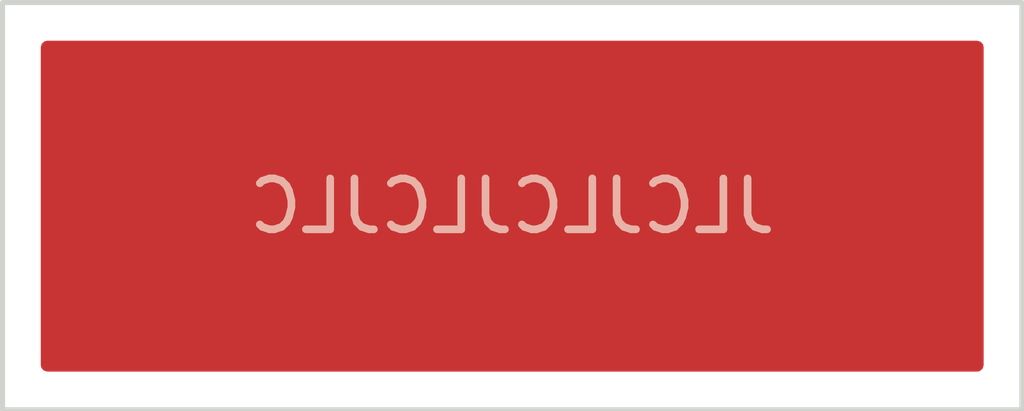
<source format=kicad_pcb>
(kicad_pcb (version 20211014) (generator pcbnew)

  (general
    (thickness 1.6)
  )

  (paper "A5")
  (layers
    (0 "F.Cu" signal)
    (31 "B.Cu" signal)
    (32 "B.Adhes" user "B.Adhesive")
    (33 "F.Adhes" user "F.Adhesive")
    (34 "B.Paste" user)
    (35 "F.Paste" user)
    (36 "B.SilkS" user "B.Silkscreen")
    (37 "F.SilkS" user "F.Silkscreen")
    (38 "B.Mask" user)
    (39 "F.Mask" user)
    (40 "Dwgs.User" user "User.Drawings")
    (41 "Cmts.User" user "User.Comments")
    (42 "Eco1.User" user "User.Eco1")
    (43 "Eco2.User" user "User.Eco2")
    (44 "Edge.Cuts" user)
    (45 "Margin" user)
    (46 "B.CrtYd" user "B.Courtyard")
    (47 "F.CrtYd" user "F.Courtyard")
    (48 "B.Fab" user)
    (49 "F.Fab" user)
    (50 "User.1" user)
    (51 "User.2" user)
    (52 "User.3" user)
    (53 "User.4" user)
    (54 "User.5" user)
    (55 "User.6" user)
    (56 "User.7" user)
    (57 "User.8" user)
    (58 "User.9" user)
  )

  (setup
    (stackup
      (layer "F.SilkS" (type "Top Silk Screen"))
      (layer "F.Paste" (type "Top Solder Paste"))
      (layer "F.Mask" (type "Top Solder Mask") (thickness 0.01))
      (layer "F.Cu" (type "copper") (thickness 0.035))
      (layer "dielectric 1" (type "core") (thickness 1.51) (material "FR4") (epsilon_r 4.5) (loss_tangent 0.02))
      (layer "B.Cu" (type "copper") (thickness 0.035))
      (layer "B.Mask" (type "Bottom Solder Mask") (thickness 0.01))
      (layer "B.Paste" (type "Bottom Solder Paste"))
      (layer "B.SilkS" (type "Bottom Silk Screen"))
      (copper_finish "None")
      (dielectric_constraints no)
    )
    (pad_to_mask_clearance 0)
    (grid_origin 91.25 60.5)
    (pcbplotparams
      (layerselection 0x0001080_7fffffff)
      (disableapertmacros false)
      (usegerberextensions false)
      (usegerberattributes true)
      (usegerberadvancedattributes true)
      (creategerberjobfile true)
      (svguseinch false)
      (svgprecision 6)
      (excludeedgelayer true)
      (plotframeref false)
      (viasonmask false)
      (mode 1)
      (useauxorigin false)
      (hpglpennumber 1)
      (hpglpenspeed 20)
      (hpglpendiameter 15.000000)
      (dxfpolygonmode true)
      (dxfimperialunits false)
      (dxfusepcbnewfont true)
      (psnegative false)
      (psa4output false)
      (plotreference true)
      (plotvalue true)
      (plotinvisibletext false)
      (sketchpadsonfab false)
      (subtractmaskfromsilk false)
      (outputformat 1)
      (mirror false)
      (drillshape 0)
      (scaleselection 1)
      (outputdirectory "gerbers/joiner/")
    )
  )

  (net 0 "")

  (gr_rect (start 92.25 67.5) (end 98.25 61.5) (layer "Dwgs.User") (width 0.15) (fill none) (tstamp 8f57b687-75f5-4196-9e3b-e4e077453556))
  (gr_rect (start 104.25 67.5) (end 110.25 61.5) (layer "Dwgs.User") (width 0.15) (fill none) (tstamp dd2d59b3-ddef-491f-bb57-eb3d3820bdeb))
  (gr_rect (start 91.25 60.5) (end 111.25 68.5) (layer "Edge.Cuts") (width 0.1) (fill none) (tstamp 929a4f85-fca5-4252-8c58-d978da2e96e9))
  (gr_text "JLCJLCJLCJLC" (at 101.25 64.5) (layer "B.SilkS") (tstamp 4fd1de20-57dd-403c-b12c-ed1f1dc3a62e)
    (effects (font (size 1 1) (thickness 0.15)) (justify mirror))
  )

  (zone (net 0) (net_name "") (layer "F.Cu") (tstamp 4a51339e-f1c0-40ec-9d61-a0170dd1a294) (hatch edge 0.508)
    (connect_pads (clearance 0))
    (min_thickness 0.254) (filled_areas_thickness no)
    (fill yes (thermal_gap 0.508) (thermal_bridge_width 0.508))
    (polygon
      (pts
        (xy 110.5 67.75)
        (xy 92 67.75)
        (xy 92 61.25)
        (xy 110.5 61.25)
      )
    )
    (filled_polygon
      (layer "F.Cu")
      (island)
      (pts
        (xy 110.442121 61.270002)
        (xy 110.488614 61.323658)
        (xy 110.5 61.376)
        (xy 110.5 67.624)
        (xy 110.479998 67.692121)
        (xy 110.426342 67.738614)
        (xy 110.374 67.75)
        (xy 92.126 67.75)
        (xy 92.057879 67.729998)
        (xy 92.011386 67.676342)
        (xy 92 67.624)
        (xy 92 61.376)
        (xy 92.020002 61.307879)
        (xy 92.073658 61.261386)
        (xy 92.126 61.25)
        (xy 110.374 61.25)
      )
    )
  )
  (zone (net 0) (net_name "") (layer "F.Mask") (tstamp 2e0ff3bd-a390-4d8d-99b9-1c30a0f82a0a) (hatch edge 0.508)
    (connect_pads (clearance 0))
    (min_thickness 0.254) (filled_areas_thickness no)
    (fill yes (thermal_gap 0.508) (thermal_bridge_width 0.508))
    (polygon
      (pts
        (xy 98.25 67.5)
        (xy 92.25 67.5)
        (xy 92.25 61.5)
        (xy 98.25 61.5)
      )
    )
    (filled_polygon
      (layer "F.Mask")
      (island)
      (pts
        (xy 98.192121 61.520002)
        (xy 98.238614 61.573658)
        (xy 98.25 61.626)
        (xy 98.25 67.374)
        (xy 98.229998 67.442121)
        (xy 98.176342 67.488614)
        (xy 98.124 67.5)
        (xy 92.376 67.5)
        (xy 92.307879 67.479998)
        (xy 92.261386 67.426342)
        (xy 92.25 67.374)
        (xy 92.25 61.626)
        (xy 92.270002 61.557879)
        (xy 92.323658 61.511386)
        (xy 92.376 61.5)
        (xy 98.124 61.5)
      )
    )
  )
  (zone (net 0) (net_name "") (layer "F.Mask") (tstamp 765684c2-53b3-4ef7-bd1b-7a4a73d87b76) (hatch edge 0.508)
    (connect_pads (clearance 0))
    (min_thickness 0.254) (filled_areas_thickness no)
    (fill yes (thermal_gap 0.508) (thermal_bridge_width 0.508))
    (polygon
      (pts
        (xy 110.25 67.5)
        (xy 104.25 67.5)
        (xy 104.25 61.5)
        (xy 110.25 61.5)
      )
    )
    (filled_polygon
      (layer "F.Mask")
      (island)
      (pts
        (xy 110.192121 61.520002)
        (xy 110.238614 61.573658)
        (xy 110.25 61.626)
        (xy 110.25 67.374)
        (xy 110.229998 67.442121)
        (xy 110.176342 67.488614)
        (xy 110.124 67.5)
        (xy 104.376 67.5)
        (xy 104.307879 67.479998)
        (xy 104.261386 67.426342)
        (xy 104.25 67.374)
        (xy 104.25 61.626)
        (xy 104.270002 61.557879)
        (xy 104.323658 61.511386)
        (xy 104.376 61.5)
        (xy 110.124 61.5)
      )
    )
  )
)

</source>
